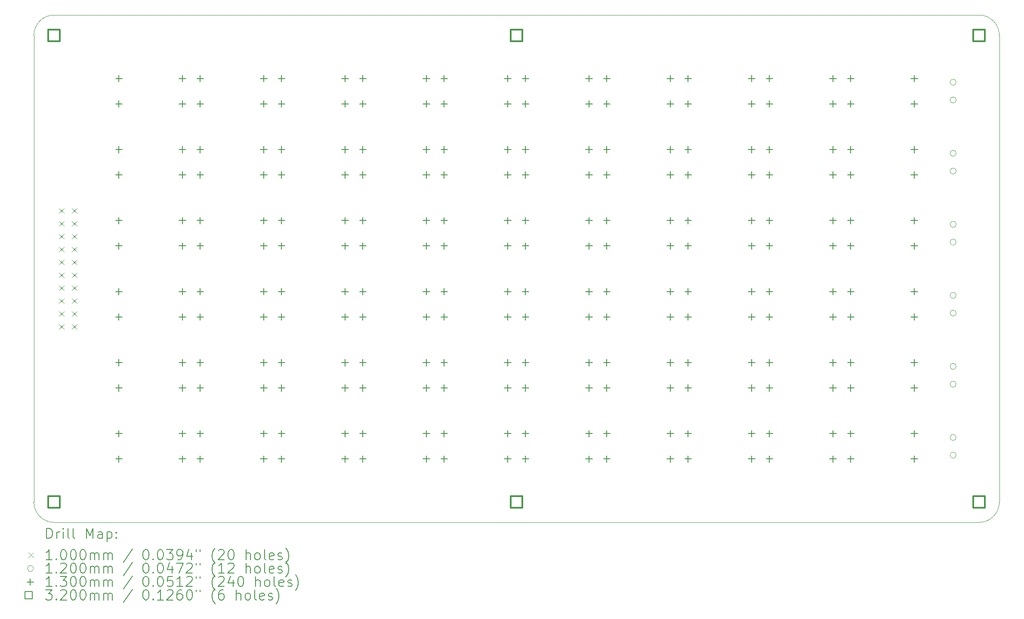
<source format=gbr>
%FSLAX45Y45*%
G04 Gerber Fmt 4.5, Leading zero omitted, Abs format (unit mm)*
G04 Created by KiCad (PCBNEW 6.0.0-rc2-1.20211220git160328a.fc35) date 2022-01-03 09:58:08*
%MOMM*%
%LPD*%
G01*
G04 APERTURE LIST*
%TA.AperFunction,Profile*%
%ADD10C,0.100000*%
%TD*%
%ADD11C,0.200000*%
%ADD12C,0.100000*%
%ADD13C,0.120000*%
%ADD14C,0.130000*%
%ADD15C,0.320040*%
G04 APERTURE END LIST*
D10*
X24900000Y-13000000D02*
X6700000Y-13000000D01*
X24900000Y-13000000D02*
G75*
G03*
X25300000Y-12600000I0J400000D01*
G01*
X25300000Y-3400000D02*
G75*
G03*
X24900000Y-3000000I-400000J0D01*
G01*
X6300000Y-12600000D02*
X6300000Y-3400000D01*
X6700000Y-3000000D02*
G75*
G03*
X6300000Y-3400000I0J-400000D01*
G01*
X25300000Y-3400000D02*
X25300000Y-12600000D01*
X6300000Y-12600000D02*
G75*
G03*
X6700000Y-13000000I400000J0D01*
G01*
X6700000Y-3000000D02*
X24900000Y-3000000D01*
D11*
D12*
X6796000Y-6807000D02*
X6896000Y-6907000D01*
X6896000Y-6807000D02*
X6796000Y-6907000D01*
X6796000Y-7061000D02*
X6896000Y-7161000D01*
X6896000Y-7061000D02*
X6796000Y-7161000D01*
X6796000Y-7315000D02*
X6896000Y-7415000D01*
X6896000Y-7315000D02*
X6796000Y-7415000D01*
X6796000Y-7569000D02*
X6896000Y-7669000D01*
X6896000Y-7569000D02*
X6796000Y-7669000D01*
X6796000Y-7823000D02*
X6896000Y-7923000D01*
X6896000Y-7823000D02*
X6796000Y-7923000D01*
X6796000Y-8077000D02*
X6896000Y-8177000D01*
X6896000Y-8077000D02*
X6796000Y-8177000D01*
X6796000Y-8331000D02*
X6896000Y-8431000D01*
X6896000Y-8331000D02*
X6796000Y-8431000D01*
X6796000Y-8585000D02*
X6896000Y-8685000D01*
X6896000Y-8585000D02*
X6796000Y-8685000D01*
X6796000Y-8839000D02*
X6896000Y-8939000D01*
X6896000Y-8839000D02*
X6796000Y-8939000D01*
X6796000Y-9093000D02*
X6896000Y-9193000D01*
X6896000Y-9093000D02*
X6796000Y-9193000D01*
X7050000Y-6807000D02*
X7150000Y-6907000D01*
X7150000Y-6807000D02*
X7050000Y-6907000D01*
X7050000Y-7061000D02*
X7150000Y-7161000D01*
X7150000Y-7061000D02*
X7050000Y-7161000D01*
X7050000Y-7315000D02*
X7150000Y-7415000D01*
X7150000Y-7315000D02*
X7050000Y-7415000D01*
X7050000Y-7569000D02*
X7150000Y-7669000D01*
X7150000Y-7569000D02*
X7050000Y-7669000D01*
X7050000Y-7823000D02*
X7150000Y-7923000D01*
X7150000Y-7823000D02*
X7050000Y-7923000D01*
X7050000Y-8077000D02*
X7150000Y-8177000D01*
X7150000Y-8077000D02*
X7050000Y-8177000D01*
X7050000Y-8331000D02*
X7150000Y-8431000D01*
X7150000Y-8331000D02*
X7050000Y-8431000D01*
X7050000Y-8585000D02*
X7150000Y-8685000D01*
X7150000Y-8585000D02*
X7050000Y-8685000D01*
X7050000Y-8839000D02*
X7150000Y-8939000D01*
X7150000Y-8839000D02*
X7050000Y-8939000D01*
X7050000Y-9093000D02*
X7150000Y-9193000D01*
X7150000Y-9093000D02*
X7050000Y-9193000D01*
D13*
X24450000Y-4325000D02*
G75*
G03*
X24450000Y-4325000I-60000J0D01*
G01*
X24450000Y-4675000D02*
G75*
G03*
X24450000Y-4675000I-60000J0D01*
G01*
X24450000Y-5725000D02*
G75*
G03*
X24450000Y-5725000I-60000J0D01*
G01*
X24450000Y-6075000D02*
G75*
G03*
X24450000Y-6075000I-60000J0D01*
G01*
X24450000Y-7125000D02*
G75*
G03*
X24450000Y-7125000I-60000J0D01*
G01*
X24450000Y-7475000D02*
G75*
G03*
X24450000Y-7475000I-60000J0D01*
G01*
X24450000Y-8525000D02*
G75*
G03*
X24450000Y-8525000I-60000J0D01*
G01*
X24450000Y-8875000D02*
G75*
G03*
X24450000Y-8875000I-60000J0D01*
G01*
X24450000Y-9925000D02*
G75*
G03*
X24450000Y-9925000I-60000J0D01*
G01*
X24450000Y-10275000D02*
G75*
G03*
X24450000Y-10275000I-60000J0D01*
G01*
X24450000Y-11325000D02*
G75*
G03*
X24450000Y-11325000I-60000J0D01*
G01*
X24450000Y-11675000D02*
G75*
G03*
X24450000Y-11675000I-60000J0D01*
G01*
D14*
X7975000Y-4185000D02*
X7975000Y-4315000D01*
X7910000Y-4250000D02*
X8040000Y-4250000D01*
X7975000Y-4685000D02*
X7975000Y-4815000D01*
X7910000Y-4750000D02*
X8040000Y-4750000D01*
X7975000Y-5585000D02*
X7975000Y-5715000D01*
X7910000Y-5650000D02*
X8040000Y-5650000D01*
X7975000Y-6085000D02*
X7975000Y-6215000D01*
X7910000Y-6150000D02*
X8040000Y-6150000D01*
X7975000Y-6985000D02*
X7975000Y-7115000D01*
X7910000Y-7050000D02*
X8040000Y-7050000D01*
X7975000Y-7485000D02*
X7975000Y-7615000D01*
X7910000Y-7550000D02*
X8040000Y-7550000D01*
X7975000Y-8385000D02*
X7975000Y-8515000D01*
X7910000Y-8450000D02*
X8040000Y-8450000D01*
X7975000Y-8885000D02*
X7975000Y-9015000D01*
X7910000Y-8950000D02*
X8040000Y-8950000D01*
X7975000Y-9785000D02*
X7975000Y-9915000D01*
X7910000Y-9850000D02*
X8040000Y-9850000D01*
X7975000Y-10285000D02*
X7975000Y-10415000D01*
X7910000Y-10350000D02*
X8040000Y-10350000D01*
X7975000Y-11185000D02*
X7975000Y-11315000D01*
X7910000Y-11250000D02*
X8040000Y-11250000D01*
X7975000Y-11685000D02*
X7975000Y-11815000D01*
X7910000Y-11750000D02*
X8040000Y-11750000D01*
X9225000Y-4185000D02*
X9225000Y-4315000D01*
X9160000Y-4250000D02*
X9290000Y-4250000D01*
X9225000Y-4685000D02*
X9225000Y-4815000D01*
X9160000Y-4750000D02*
X9290000Y-4750000D01*
X9225000Y-5585000D02*
X9225000Y-5715000D01*
X9160000Y-5650000D02*
X9290000Y-5650000D01*
X9225000Y-6085000D02*
X9225000Y-6215000D01*
X9160000Y-6150000D02*
X9290000Y-6150000D01*
X9225000Y-6985000D02*
X9225000Y-7115000D01*
X9160000Y-7050000D02*
X9290000Y-7050000D01*
X9225000Y-7485000D02*
X9225000Y-7615000D01*
X9160000Y-7550000D02*
X9290000Y-7550000D01*
X9225000Y-8385000D02*
X9225000Y-8515000D01*
X9160000Y-8450000D02*
X9290000Y-8450000D01*
X9225000Y-8885000D02*
X9225000Y-9015000D01*
X9160000Y-8950000D02*
X9290000Y-8950000D01*
X9225000Y-9785000D02*
X9225000Y-9915000D01*
X9160000Y-9850000D02*
X9290000Y-9850000D01*
X9225000Y-10285000D02*
X9225000Y-10415000D01*
X9160000Y-10350000D02*
X9290000Y-10350000D01*
X9225000Y-11185000D02*
X9225000Y-11315000D01*
X9160000Y-11250000D02*
X9290000Y-11250000D01*
X9225000Y-11685000D02*
X9225000Y-11815000D01*
X9160000Y-11750000D02*
X9290000Y-11750000D01*
X9575000Y-4185000D02*
X9575000Y-4315000D01*
X9510000Y-4250000D02*
X9640000Y-4250000D01*
X9575000Y-4685000D02*
X9575000Y-4815000D01*
X9510000Y-4750000D02*
X9640000Y-4750000D01*
X9575000Y-5585000D02*
X9575000Y-5715000D01*
X9510000Y-5650000D02*
X9640000Y-5650000D01*
X9575000Y-6085000D02*
X9575000Y-6215000D01*
X9510000Y-6150000D02*
X9640000Y-6150000D01*
X9575000Y-6985000D02*
X9575000Y-7115000D01*
X9510000Y-7050000D02*
X9640000Y-7050000D01*
X9575000Y-7485000D02*
X9575000Y-7615000D01*
X9510000Y-7550000D02*
X9640000Y-7550000D01*
X9575000Y-8385000D02*
X9575000Y-8515000D01*
X9510000Y-8450000D02*
X9640000Y-8450000D01*
X9575000Y-8885000D02*
X9575000Y-9015000D01*
X9510000Y-8950000D02*
X9640000Y-8950000D01*
X9575000Y-9785000D02*
X9575000Y-9915000D01*
X9510000Y-9850000D02*
X9640000Y-9850000D01*
X9575000Y-10285000D02*
X9575000Y-10415000D01*
X9510000Y-10350000D02*
X9640000Y-10350000D01*
X9575000Y-11185000D02*
X9575000Y-11315000D01*
X9510000Y-11250000D02*
X9640000Y-11250000D01*
X9575000Y-11685000D02*
X9575000Y-11815000D01*
X9510000Y-11750000D02*
X9640000Y-11750000D01*
X10825000Y-4185000D02*
X10825000Y-4315000D01*
X10760000Y-4250000D02*
X10890000Y-4250000D01*
X10825000Y-4685000D02*
X10825000Y-4815000D01*
X10760000Y-4750000D02*
X10890000Y-4750000D01*
X10825000Y-5585000D02*
X10825000Y-5715000D01*
X10760000Y-5650000D02*
X10890000Y-5650000D01*
X10825000Y-6085000D02*
X10825000Y-6215000D01*
X10760000Y-6150000D02*
X10890000Y-6150000D01*
X10825000Y-6985000D02*
X10825000Y-7115000D01*
X10760000Y-7050000D02*
X10890000Y-7050000D01*
X10825000Y-7485000D02*
X10825000Y-7615000D01*
X10760000Y-7550000D02*
X10890000Y-7550000D01*
X10825000Y-8385000D02*
X10825000Y-8515000D01*
X10760000Y-8450000D02*
X10890000Y-8450000D01*
X10825000Y-8885000D02*
X10825000Y-9015000D01*
X10760000Y-8950000D02*
X10890000Y-8950000D01*
X10825000Y-9785000D02*
X10825000Y-9915000D01*
X10760000Y-9850000D02*
X10890000Y-9850000D01*
X10825000Y-10285000D02*
X10825000Y-10415000D01*
X10760000Y-10350000D02*
X10890000Y-10350000D01*
X10825000Y-11185000D02*
X10825000Y-11315000D01*
X10760000Y-11250000D02*
X10890000Y-11250000D01*
X10825000Y-11685000D02*
X10825000Y-11815000D01*
X10760000Y-11750000D02*
X10890000Y-11750000D01*
X11175000Y-4185000D02*
X11175000Y-4315000D01*
X11110000Y-4250000D02*
X11240000Y-4250000D01*
X11175000Y-4685000D02*
X11175000Y-4815000D01*
X11110000Y-4750000D02*
X11240000Y-4750000D01*
X11175000Y-5585000D02*
X11175000Y-5715000D01*
X11110000Y-5650000D02*
X11240000Y-5650000D01*
X11175000Y-6085000D02*
X11175000Y-6215000D01*
X11110000Y-6150000D02*
X11240000Y-6150000D01*
X11175000Y-6985000D02*
X11175000Y-7115000D01*
X11110000Y-7050000D02*
X11240000Y-7050000D01*
X11175000Y-7485000D02*
X11175000Y-7615000D01*
X11110000Y-7550000D02*
X11240000Y-7550000D01*
X11175000Y-8385000D02*
X11175000Y-8515000D01*
X11110000Y-8450000D02*
X11240000Y-8450000D01*
X11175000Y-8885000D02*
X11175000Y-9015000D01*
X11110000Y-8950000D02*
X11240000Y-8950000D01*
X11175000Y-9785000D02*
X11175000Y-9915000D01*
X11110000Y-9850000D02*
X11240000Y-9850000D01*
X11175000Y-10285000D02*
X11175000Y-10415000D01*
X11110000Y-10350000D02*
X11240000Y-10350000D01*
X11175000Y-11185000D02*
X11175000Y-11315000D01*
X11110000Y-11250000D02*
X11240000Y-11250000D01*
X11175000Y-11685000D02*
X11175000Y-11815000D01*
X11110000Y-11750000D02*
X11240000Y-11750000D01*
X12425000Y-4185000D02*
X12425000Y-4315000D01*
X12360000Y-4250000D02*
X12490000Y-4250000D01*
X12425000Y-4685000D02*
X12425000Y-4815000D01*
X12360000Y-4750000D02*
X12490000Y-4750000D01*
X12425000Y-5585000D02*
X12425000Y-5715000D01*
X12360000Y-5650000D02*
X12490000Y-5650000D01*
X12425000Y-6085000D02*
X12425000Y-6215000D01*
X12360000Y-6150000D02*
X12490000Y-6150000D01*
X12425000Y-6985000D02*
X12425000Y-7115000D01*
X12360000Y-7050000D02*
X12490000Y-7050000D01*
X12425000Y-7485000D02*
X12425000Y-7615000D01*
X12360000Y-7550000D02*
X12490000Y-7550000D01*
X12425000Y-8385000D02*
X12425000Y-8515000D01*
X12360000Y-8450000D02*
X12490000Y-8450000D01*
X12425000Y-8885000D02*
X12425000Y-9015000D01*
X12360000Y-8950000D02*
X12490000Y-8950000D01*
X12425000Y-9785000D02*
X12425000Y-9915000D01*
X12360000Y-9850000D02*
X12490000Y-9850000D01*
X12425000Y-10285000D02*
X12425000Y-10415000D01*
X12360000Y-10350000D02*
X12490000Y-10350000D01*
X12425000Y-11185000D02*
X12425000Y-11315000D01*
X12360000Y-11250000D02*
X12490000Y-11250000D01*
X12425000Y-11685000D02*
X12425000Y-11815000D01*
X12360000Y-11750000D02*
X12490000Y-11750000D01*
X12775000Y-4185000D02*
X12775000Y-4315000D01*
X12710000Y-4250000D02*
X12840000Y-4250000D01*
X12775000Y-4685000D02*
X12775000Y-4815000D01*
X12710000Y-4750000D02*
X12840000Y-4750000D01*
X12775000Y-5585000D02*
X12775000Y-5715000D01*
X12710000Y-5650000D02*
X12840000Y-5650000D01*
X12775000Y-6085000D02*
X12775000Y-6215000D01*
X12710000Y-6150000D02*
X12840000Y-6150000D01*
X12775000Y-6985000D02*
X12775000Y-7115000D01*
X12710000Y-7050000D02*
X12840000Y-7050000D01*
X12775000Y-7485000D02*
X12775000Y-7615000D01*
X12710000Y-7550000D02*
X12840000Y-7550000D01*
X12775000Y-8385000D02*
X12775000Y-8515000D01*
X12710000Y-8450000D02*
X12840000Y-8450000D01*
X12775000Y-8885000D02*
X12775000Y-9015000D01*
X12710000Y-8950000D02*
X12840000Y-8950000D01*
X12775000Y-9785000D02*
X12775000Y-9915000D01*
X12710000Y-9850000D02*
X12840000Y-9850000D01*
X12775000Y-10285000D02*
X12775000Y-10415000D01*
X12710000Y-10350000D02*
X12840000Y-10350000D01*
X12775000Y-11185000D02*
X12775000Y-11315000D01*
X12710000Y-11250000D02*
X12840000Y-11250000D01*
X12775000Y-11685000D02*
X12775000Y-11815000D01*
X12710000Y-11750000D02*
X12840000Y-11750000D01*
X14025000Y-4185000D02*
X14025000Y-4315000D01*
X13960000Y-4250000D02*
X14090000Y-4250000D01*
X14025000Y-4685000D02*
X14025000Y-4815000D01*
X13960000Y-4750000D02*
X14090000Y-4750000D01*
X14025000Y-5585000D02*
X14025000Y-5715000D01*
X13960000Y-5650000D02*
X14090000Y-5650000D01*
X14025000Y-6085000D02*
X14025000Y-6215000D01*
X13960000Y-6150000D02*
X14090000Y-6150000D01*
X14025000Y-6985000D02*
X14025000Y-7115000D01*
X13960000Y-7050000D02*
X14090000Y-7050000D01*
X14025000Y-7485000D02*
X14025000Y-7615000D01*
X13960000Y-7550000D02*
X14090000Y-7550000D01*
X14025000Y-8385000D02*
X14025000Y-8515000D01*
X13960000Y-8450000D02*
X14090000Y-8450000D01*
X14025000Y-8885000D02*
X14025000Y-9015000D01*
X13960000Y-8950000D02*
X14090000Y-8950000D01*
X14025000Y-9785000D02*
X14025000Y-9915000D01*
X13960000Y-9850000D02*
X14090000Y-9850000D01*
X14025000Y-10285000D02*
X14025000Y-10415000D01*
X13960000Y-10350000D02*
X14090000Y-10350000D01*
X14025000Y-11185000D02*
X14025000Y-11315000D01*
X13960000Y-11250000D02*
X14090000Y-11250000D01*
X14025000Y-11685000D02*
X14025000Y-11815000D01*
X13960000Y-11750000D02*
X14090000Y-11750000D01*
X14375000Y-4185000D02*
X14375000Y-4315000D01*
X14310000Y-4250000D02*
X14440000Y-4250000D01*
X14375000Y-4685000D02*
X14375000Y-4815000D01*
X14310000Y-4750000D02*
X14440000Y-4750000D01*
X14375000Y-5585000D02*
X14375000Y-5715000D01*
X14310000Y-5650000D02*
X14440000Y-5650000D01*
X14375000Y-6085000D02*
X14375000Y-6215000D01*
X14310000Y-6150000D02*
X14440000Y-6150000D01*
X14375000Y-6985000D02*
X14375000Y-7115000D01*
X14310000Y-7050000D02*
X14440000Y-7050000D01*
X14375000Y-7485000D02*
X14375000Y-7615000D01*
X14310000Y-7550000D02*
X14440000Y-7550000D01*
X14375000Y-8385000D02*
X14375000Y-8515000D01*
X14310000Y-8450000D02*
X14440000Y-8450000D01*
X14375000Y-8885000D02*
X14375000Y-9015000D01*
X14310000Y-8950000D02*
X14440000Y-8950000D01*
X14375000Y-9785000D02*
X14375000Y-9915000D01*
X14310000Y-9850000D02*
X14440000Y-9850000D01*
X14375000Y-10285000D02*
X14375000Y-10415000D01*
X14310000Y-10350000D02*
X14440000Y-10350000D01*
X14375000Y-11185000D02*
X14375000Y-11315000D01*
X14310000Y-11250000D02*
X14440000Y-11250000D01*
X14375000Y-11685000D02*
X14375000Y-11815000D01*
X14310000Y-11750000D02*
X14440000Y-11750000D01*
X15625000Y-4185000D02*
X15625000Y-4315000D01*
X15560000Y-4250000D02*
X15690000Y-4250000D01*
X15625000Y-4685000D02*
X15625000Y-4815000D01*
X15560000Y-4750000D02*
X15690000Y-4750000D01*
X15625000Y-5585000D02*
X15625000Y-5715000D01*
X15560000Y-5650000D02*
X15690000Y-5650000D01*
X15625000Y-6085000D02*
X15625000Y-6215000D01*
X15560000Y-6150000D02*
X15690000Y-6150000D01*
X15625000Y-6985000D02*
X15625000Y-7115000D01*
X15560000Y-7050000D02*
X15690000Y-7050000D01*
X15625000Y-7485000D02*
X15625000Y-7615000D01*
X15560000Y-7550000D02*
X15690000Y-7550000D01*
X15625000Y-8385000D02*
X15625000Y-8515000D01*
X15560000Y-8450000D02*
X15690000Y-8450000D01*
X15625000Y-8885000D02*
X15625000Y-9015000D01*
X15560000Y-8950000D02*
X15690000Y-8950000D01*
X15625000Y-9785000D02*
X15625000Y-9915000D01*
X15560000Y-9850000D02*
X15690000Y-9850000D01*
X15625000Y-10285000D02*
X15625000Y-10415000D01*
X15560000Y-10350000D02*
X15690000Y-10350000D01*
X15625000Y-11185000D02*
X15625000Y-11315000D01*
X15560000Y-11250000D02*
X15690000Y-11250000D01*
X15625000Y-11685000D02*
X15625000Y-11815000D01*
X15560000Y-11750000D02*
X15690000Y-11750000D01*
X15975000Y-4185000D02*
X15975000Y-4315000D01*
X15910000Y-4250000D02*
X16040000Y-4250000D01*
X15975000Y-4685000D02*
X15975000Y-4815000D01*
X15910000Y-4750000D02*
X16040000Y-4750000D01*
X15975000Y-5585000D02*
X15975000Y-5715000D01*
X15910000Y-5650000D02*
X16040000Y-5650000D01*
X15975000Y-6085000D02*
X15975000Y-6215000D01*
X15910000Y-6150000D02*
X16040000Y-6150000D01*
X15975000Y-6985000D02*
X15975000Y-7115000D01*
X15910000Y-7050000D02*
X16040000Y-7050000D01*
X15975000Y-7485000D02*
X15975000Y-7615000D01*
X15910000Y-7550000D02*
X16040000Y-7550000D01*
X15975000Y-8385000D02*
X15975000Y-8515000D01*
X15910000Y-8450000D02*
X16040000Y-8450000D01*
X15975000Y-8885000D02*
X15975000Y-9015000D01*
X15910000Y-8950000D02*
X16040000Y-8950000D01*
X15975000Y-9785000D02*
X15975000Y-9915000D01*
X15910000Y-9850000D02*
X16040000Y-9850000D01*
X15975000Y-10285000D02*
X15975000Y-10415000D01*
X15910000Y-10350000D02*
X16040000Y-10350000D01*
X15975000Y-11185000D02*
X15975000Y-11315000D01*
X15910000Y-11250000D02*
X16040000Y-11250000D01*
X15975000Y-11685000D02*
X15975000Y-11815000D01*
X15910000Y-11750000D02*
X16040000Y-11750000D01*
X17225000Y-4185000D02*
X17225000Y-4315000D01*
X17160000Y-4250000D02*
X17290000Y-4250000D01*
X17225000Y-4685000D02*
X17225000Y-4815000D01*
X17160000Y-4750000D02*
X17290000Y-4750000D01*
X17225000Y-5585000D02*
X17225000Y-5715000D01*
X17160000Y-5650000D02*
X17290000Y-5650000D01*
X17225000Y-6085000D02*
X17225000Y-6215000D01*
X17160000Y-6150000D02*
X17290000Y-6150000D01*
X17225000Y-6985000D02*
X17225000Y-7115000D01*
X17160000Y-7050000D02*
X17290000Y-7050000D01*
X17225000Y-7485000D02*
X17225000Y-7615000D01*
X17160000Y-7550000D02*
X17290000Y-7550000D01*
X17225000Y-8385000D02*
X17225000Y-8515000D01*
X17160000Y-8450000D02*
X17290000Y-8450000D01*
X17225000Y-8885000D02*
X17225000Y-9015000D01*
X17160000Y-8950000D02*
X17290000Y-8950000D01*
X17225000Y-9785000D02*
X17225000Y-9915000D01*
X17160000Y-9850000D02*
X17290000Y-9850000D01*
X17225000Y-10285000D02*
X17225000Y-10415000D01*
X17160000Y-10350000D02*
X17290000Y-10350000D01*
X17225000Y-11185000D02*
X17225000Y-11315000D01*
X17160000Y-11250000D02*
X17290000Y-11250000D01*
X17225000Y-11685000D02*
X17225000Y-11815000D01*
X17160000Y-11750000D02*
X17290000Y-11750000D01*
X17575000Y-4185000D02*
X17575000Y-4315000D01*
X17510000Y-4250000D02*
X17640000Y-4250000D01*
X17575000Y-4685000D02*
X17575000Y-4815000D01*
X17510000Y-4750000D02*
X17640000Y-4750000D01*
X17575000Y-5585000D02*
X17575000Y-5715000D01*
X17510000Y-5650000D02*
X17640000Y-5650000D01*
X17575000Y-6085000D02*
X17575000Y-6215000D01*
X17510000Y-6150000D02*
X17640000Y-6150000D01*
X17575000Y-6985000D02*
X17575000Y-7115000D01*
X17510000Y-7050000D02*
X17640000Y-7050000D01*
X17575000Y-7485000D02*
X17575000Y-7615000D01*
X17510000Y-7550000D02*
X17640000Y-7550000D01*
X17575000Y-8385000D02*
X17575000Y-8515000D01*
X17510000Y-8450000D02*
X17640000Y-8450000D01*
X17575000Y-8885000D02*
X17575000Y-9015000D01*
X17510000Y-8950000D02*
X17640000Y-8950000D01*
X17575000Y-9785000D02*
X17575000Y-9915000D01*
X17510000Y-9850000D02*
X17640000Y-9850000D01*
X17575000Y-10285000D02*
X17575000Y-10415000D01*
X17510000Y-10350000D02*
X17640000Y-10350000D01*
X17575000Y-11185000D02*
X17575000Y-11315000D01*
X17510000Y-11250000D02*
X17640000Y-11250000D01*
X17575000Y-11685000D02*
X17575000Y-11815000D01*
X17510000Y-11750000D02*
X17640000Y-11750000D01*
X18825000Y-4185000D02*
X18825000Y-4315000D01*
X18760000Y-4250000D02*
X18890000Y-4250000D01*
X18825000Y-4685000D02*
X18825000Y-4815000D01*
X18760000Y-4750000D02*
X18890000Y-4750000D01*
X18825000Y-5585000D02*
X18825000Y-5715000D01*
X18760000Y-5650000D02*
X18890000Y-5650000D01*
X18825000Y-6085000D02*
X18825000Y-6215000D01*
X18760000Y-6150000D02*
X18890000Y-6150000D01*
X18825000Y-6985000D02*
X18825000Y-7115000D01*
X18760000Y-7050000D02*
X18890000Y-7050000D01*
X18825000Y-7485000D02*
X18825000Y-7615000D01*
X18760000Y-7550000D02*
X18890000Y-7550000D01*
X18825000Y-8385000D02*
X18825000Y-8515000D01*
X18760000Y-8450000D02*
X18890000Y-8450000D01*
X18825000Y-8885000D02*
X18825000Y-9015000D01*
X18760000Y-8950000D02*
X18890000Y-8950000D01*
X18825000Y-9785000D02*
X18825000Y-9915000D01*
X18760000Y-9850000D02*
X18890000Y-9850000D01*
X18825000Y-10285000D02*
X18825000Y-10415000D01*
X18760000Y-10350000D02*
X18890000Y-10350000D01*
X18825000Y-11185000D02*
X18825000Y-11315000D01*
X18760000Y-11250000D02*
X18890000Y-11250000D01*
X18825000Y-11685000D02*
X18825000Y-11815000D01*
X18760000Y-11750000D02*
X18890000Y-11750000D01*
X19175000Y-4185000D02*
X19175000Y-4315000D01*
X19110000Y-4250000D02*
X19240000Y-4250000D01*
X19175000Y-4685000D02*
X19175000Y-4815000D01*
X19110000Y-4750000D02*
X19240000Y-4750000D01*
X19175000Y-5585000D02*
X19175000Y-5715000D01*
X19110000Y-5650000D02*
X19240000Y-5650000D01*
X19175000Y-6085000D02*
X19175000Y-6215000D01*
X19110000Y-6150000D02*
X19240000Y-6150000D01*
X19175000Y-6985000D02*
X19175000Y-7115000D01*
X19110000Y-7050000D02*
X19240000Y-7050000D01*
X19175000Y-7485000D02*
X19175000Y-7615000D01*
X19110000Y-7550000D02*
X19240000Y-7550000D01*
X19175000Y-8385000D02*
X19175000Y-8515000D01*
X19110000Y-8450000D02*
X19240000Y-8450000D01*
X19175000Y-8885000D02*
X19175000Y-9015000D01*
X19110000Y-8950000D02*
X19240000Y-8950000D01*
X19175000Y-9785000D02*
X19175000Y-9915000D01*
X19110000Y-9850000D02*
X19240000Y-9850000D01*
X19175000Y-10285000D02*
X19175000Y-10415000D01*
X19110000Y-10350000D02*
X19240000Y-10350000D01*
X19175000Y-11185000D02*
X19175000Y-11315000D01*
X19110000Y-11250000D02*
X19240000Y-11250000D01*
X19175000Y-11685000D02*
X19175000Y-11815000D01*
X19110000Y-11750000D02*
X19240000Y-11750000D01*
X20425000Y-4185000D02*
X20425000Y-4315000D01*
X20360000Y-4250000D02*
X20490000Y-4250000D01*
X20425000Y-4685000D02*
X20425000Y-4815000D01*
X20360000Y-4750000D02*
X20490000Y-4750000D01*
X20425000Y-5585000D02*
X20425000Y-5715000D01*
X20360000Y-5650000D02*
X20490000Y-5650000D01*
X20425000Y-6085000D02*
X20425000Y-6215000D01*
X20360000Y-6150000D02*
X20490000Y-6150000D01*
X20425000Y-6985000D02*
X20425000Y-7115000D01*
X20360000Y-7050000D02*
X20490000Y-7050000D01*
X20425000Y-7485000D02*
X20425000Y-7615000D01*
X20360000Y-7550000D02*
X20490000Y-7550000D01*
X20425000Y-8385000D02*
X20425000Y-8515000D01*
X20360000Y-8450000D02*
X20490000Y-8450000D01*
X20425000Y-8885000D02*
X20425000Y-9015000D01*
X20360000Y-8950000D02*
X20490000Y-8950000D01*
X20425000Y-9785000D02*
X20425000Y-9915000D01*
X20360000Y-9850000D02*
X20490000Y-9850000D01*
X20425000Y-10285000D02*
X20425000Y-10415000D01*
X20360000Y-10350000D02*
X20490000Y-10350000D01*
X20425000Y-11185000D02*
X20425000Y-11315000D01*
X20360000Y-11250000D02*
X20490000Y-11250000D01*
X20425000Y-11685000D02*
X20425000Y-11815000D01*
X20360000Y-11750000D02*
X20490000Y-11750000D01*
X20775000Y-4185000D02*
X20775000Y-4315000D01*
X20710000Y-4250000D02*
X20840000Y-4250000D01*
X20775000Y-4685000D02*
X20775000Y-4815000D01*
X20710000Y-4750000D02*
X20840000Y-4750000D01*
X20775000Y-5585000D02*
X20775000Y-5715000D01*
X20710000Y-5650000D02*
X20840000Y-5650000D01*
X20775000Y-6085000D02*
X20775000Y-6215000D01*
X20710000Y-6150000D02*
X20840000Y-6150000D01*
X20775000Y-6985000D02*
X20775000Y-7115000D01*
X20710000Y-7050000D02*
X20840000Y-7050000D01*
X20775000Y-7485000D02*
X20775000Y-7615000D01*
X20710000Y-7550000D02*
X20840000Y-7550000D01*
X20775000Y-8385000D02*
X20775000Y-8515000D01*
X20710000Y-8450000D02*
X20840000Y-8450000D01*
X20775000Y-8885000D02*
X20775000Y-9015000D01*
X20710000Y-8950000D02*
X20840000Y-8950000D01*
X20775000Y-9785000D02*
X20775000Y-9915000D01*
X20710000Y-9850000D02*
X20840000Y-9850000D01*
X20775000Y-10285000D02*
X20775000Y-10415000D01*
X20710000Y-10350000D02*
X20840000Y-10350000D01*
X20775000Y-11185000D02*
X20775000Y-11315000D01*
X20710000Y-11250000D02*
X20840000Y-11250000D01*
X20775000Y-11685000D02*
X20775000Y-11815000D01*
X20710000Y-11750000D02*
X20840000Y-11750000D01*
X22025000Y-4185000D02*
X22025000Y-4315000D01*
X21960000Y-4250000D02*
X22090000Y-4250000D01*
X22025000Y-4685000D02*
X22025000Y-4815000D01*
X21960000Y-4750000D02*
X22090000Y-4750000D01*
X22025000Y-5585000D02*
X22025000Y-5715000D01*
X21960000Y-5650000D02*
X22090000Y-5650000D01*
X22025000Y-6085000D02*
X22025000Y-6215000D01*
X21960000Y-6150000D02*
X22090000Y-6150000D01*
X22025000Y-6985000D02*
X22025000Y-7115000D01*
X21960000Y-7050000D02*
X22090000Y-7050000D01*
X22025000Y-7485000D02*
X22025000Y-7615000D01*
X21960000Y-7550000D02*
X22090000Y-7550000D01*
X22025000Y-8385000D02*
X22025000Y-8515000D01*
X21960000Y-8450000D02*
X22090000Y-8450000D01*
X22025000Y-8885000D02*
X22025000Y-9015000D01*
X21960000Y-8950000D02*
X22090000Y-8950000D01*
X22025000Y-9785000D02*
X22025000Y-9915000D01*
X21960000Y-9850000D02*
X22090000Y-9850000D01*
X22025000Y-10285000D02*
X22025000Y-10415000D01*
X21960000Y-10350000D02*
X22090000Y-10350000D01*
X22025000Y-11185000D02*
X22025000Y-11315000D01*
X21960000Y-11250000D02*
X22090000Y-11250000D01*
X22025000Y-11685000D02*
X22025000Y-11815000D01*
X21960000Y-11750000D02*
X22090000Y-11750000D01*
X22375000Y-4185000D02*
X22375000Y-4315000D01*
X22310000Y-4250000D02*
X22440000Y-4250000D01*
X22375000Y-4685000D02*
X22375000Y-4815000D01*
X22310000Y-4750000D02*
X22440000Y-4750000D01*
X22375000Y-5585000D02*
X22375000Y-5715000D01*
X22310000Y-5650000D02*
X22440000Y-5650000D01*
X22375000Y-6085000D02*
X22375000Y-6215000D01*
X22310000Y-6150000D02*
X22440000Y-6150000D01*
X22375000Y-6985000D02*
X22375000Y-7115000D01*
X22310000Y-7050000D02*
X22440000Y-7050000D01*
X22375000Y-7485000D02*
X22375000Y-7615000D01*
X22310000Y-7550000D02*
X22440000Y-7550000D01*
X22375000Y-8385000D02*
X22375000Y-8515000D01*
X22310000Y-8450000D02*
X22440000Y-8450000D01*
X22375000Y-8885000D02*
X22375000Y-9015000D01*
X22310000Y-8950000D02*
X22440000Y-8950000D01*
X22375000Y-9785000D02*
X22375000Y-9915000D01*
X22310000Y-9850000D02*
X22440000Y-9850000D01*
X22375000Y-10285000D02*
X22375000Y-10415000D01*
X22310000Y-10350000D02*
X22440000Y-10350000D01*
X22375000Y-11185000D02*
X22375000Y-11315000D01*
X22310000Y-11250000D02*
X22440000Y-11250000D01*
X22375000Y-11685000D02*
X22375000Y-11815000D01*
X22310000Y-11750000D02*
X22440000Y-11750000D01*
X23625000Y-4185000D02*
X23625000Y-4315000D01*
X23560000Y-4250000D02*
X23690000Y-4250000D01*
X23625000Y-4685000D02*
X23625000Y-4815000D01*
X23560000Y-4750000D02*
X23690000Y-4750000D01*
X23625000Y-5585000D02*
X23625000Y-5715000D01*
X23560000Y-5650000D02*
X23690000Y-5650000D01*
X23625000Y-6085000D02*
X23625000Y-6215000D01*
X23560000Y-6150000D02*
X23690000Y-6150000D01*
X23625000Y-6985000D02*
X23625000Y-7115000D01*
X23560000Y-7050000D02*
X23690000Y-7050000D01*
X23625000Y-7485000D02*
X23625000Y-7615000D01*
X23560000Y-7550000D02*
X23690000Y-7550000D01*
X23625000Y-8385000D02*
X23625000Y-8515000D01*
X23560000Y-8450000D02*
X23690000Y-8450000D01*
X23625000Y-8885000D02*
X23625000Y-9015000D01*
X23560000Y-8950000D02*
X23690000Y-8950000D01*
X23625000Y-9785000D02*
X23625000Y-9915000D01*
X23560000Y-9850000D02*
X23690000Y-9850000D01*
X23625000Y-10285000D02*
X23625000Y-10415000D01*
X23560000Y-10350000D02*
X23690000Y-10350000D01*
X23625000Y-11185000D02*
X23625000Y-11315000D01*
X23560000Y-11250000D02*
X23690000Y-11250000D01*
X23625000Y-11685000D02*
X23625000Y-11815000D01*
X23560000Y-11750000D02*
X23690000Y-11750000D01*
D15*
X6813152Y-3513152D02*
X6813152Y-3286848D01*
X6586848Y-3286848D01*
X6586848Y-3513152D01*
X6813152Y-3513152D01*
X6813152Y-12713152D02*
X6813152Y-12486848D01*
X6586848Y-12486848D01*
X6586848Y-12713152D01*
X6813152Y-12713152D01*
X15913152Y-3513152D02*
X15913152Y-3286848D01*
X15686848Y-3286848D01*
X15686848Y-3513152D01*
X15913152Y-3513152D01*
X15913152Y-12713152D02*
X15913152Y-12486848D01*
X15686848Y-12486848D01*
X15686848Y-12713152D01*
X15913152Y-12713152D01*
X25013152Y-3513152D02*
X25013152Y-3286848D01*
X24786848Y-3286848D01*
X24786848Y-3513152D01*
X25013152Y-3513152D01*
X25013152Y-12713152D02*
X25013152Y-12486848D01*
X24786848Y-12486848D01*
X24786848Y-12713152D01*
X25013152Y-12713152D01*
D11*
X6552619Y-13315476D02*
X6552619Y-13115476D01*
X6600238Y-13115476D01*
X6628809Y-13125000D01*
X6647857Y-13144048D01*
X6657381Y-13163095D01*
X6666905Y-13201190D01*
X6666905Y-13229762D01*
X6657381Y-13267857D01*
X6647857Y-13286905D01*
X6628809Y-13305952D01*
X6600238Y-13315476D01*
X6552619Y-13315476D01*
X6752619Y-13315476D02*
X6752619Y-13182143D01*
X6752619Y-13220238D02*
X6762143Y-13201190D01*
X6771667Y-13191667D01*
X6790714Y-13182143D01*
X6809762Y-13182143D01*
X6876428Y-13315476D02*
X6876428Y-13182143D01*
X6876428Y-13115476D02*
X6866905Y-13125000D01*
X6876428Y-13134524D01*
X6885952Y-13125000D01*
X6876428Y-13115476D01*
X6876428Y-13134524D01*
X7000238Y-13315476D02*
X6981190Y-13305952D01*
X6971667Y-13286905D01*
X6971667Y-13115476D01*
X7105000Y-13315476D02*
X7085952Y-13305952D01*
X7076428Y-13286905D01*
X7076428Y-13115476D01*
X7333571Y-13315476D02*
X7333571Y-13115476D01*
X7400238Y-13258333D01*
X7466905Y-13115476D01*
X7466905Y-13315476D01*
X7647857Y-13315476D02*
X7647857Y-13210714D01*
X7638333Y-13191667D01*
X7619286Y-13182143D01*
X7581190Y-13182143D01*
X7562143Y-13191667D01*
X7647857Y-13305952D02*
X7628809Y-13315476D01*
X7581190Y-13315476D01*
X7562143Y-13305952D01*
X7552619Y-13286905D01*
X7552619Y-13267857D01*
X7562143Y-13248809D01*
X7581190Y-13239286D01*
X7628809Y-13239286D01*
X7647857Y-13229762D01*
X7743095Y-13182143D02*
X7743095Y-13382143D01*
X7743095Y-13191667D02*
X7762143Y-13182143D01*
X7800238Y-13182143D01*
X7819286Y-13191667D01*
X7828809Y-13201190D01*
X7838333Y-13220238D01*
X7838333Y-13277381D01*
X7828809Y-13296428D01*
X7819286Y-13305952D01*
X7800238Y-13315476D01*
X7762143Y-13315476D01*
X7743095Y-13305952D01*
X7924048Y-13296428D02*
X7933571Y-13305952D01*
X7924048Y-13315476D01*
X7914524Y-13305952D01*
X7924048Y-13296428D01*
X7924048Y-13315476D01*
X7924048Y-13191667D02*
X7933571Y-13201190D01*
X7924048Y-13210714D01*
X7914524Y-13201190D01*
X7924048Y-13191667D01*
X7924048Y-13210714D01*
D12*
X6195000Y-13595000D02*
X6295000Y-13695000D01*
X6295000Y-13595000D02*
X6195000Y-13695000D01*
D11*
X6657381Y-13735476D02*
X6543095Y-13735476D01*
X6600238Y-13735476D02*
X6600238Y-13535476D01*
X6581190Y-13564048D01*
X6562143Y-13583095D01*
X6543095Y-13592619D01*
X6743095Y-13716428D02*
X6752619Y-13725952D01*
X6743095Y-13735476D01*
X6733571Y-13725952D01*
X6743095Y-13716428D01*
X6743095Y-13735476D01*
X6876428Y-13535476D02*
X6895476Y-13535476D01*
X6914524Y-13545000D01*
X6924048Y-13554524D01*
X6933571Y-13573571D01*
X6943095Y-13611667D01*
X6943095Y-13659286D01*
X6933571Y-13697381D01*
X6924048Y-13716428D01*
X6914524Y-13725952D01*
X6895476Y-13735476D01*
X6876428Y-13735476D01*
X6857381Y-13725952D01*
X6847857Y-13716428D01*
X6838333Y-13697381D01*
X6828809Y-13659286D01*
X6828809Y-13611667D01*
X6838333Y-13573571D01*
X6847857Y-13554524D01*
X6857381Y-13545000D01*
X6876428Y-13535476D01*
X7066905Y-13535476D02*
X7085952Y-13535476D01*
X7105000Y-13545000D01*
X7114524Y-13554524D01*
X7124048Y-13573571D01*
X7133571Y-13611667D01*
X7133571Y-13659286D01*
X7124048Y-13697381D01*
X7114524Y-13716428D01*
X7105000Y-13725952D01*
X7085952Y-13735476D01*
X7066905Y-13735476D01*
X7047857Y-13725952D01*
X7038333Y-13716428D01*
X7028809Y-13697381D01*
X7019286Y-13659286D01*
X7019286Y-13611667D01*
X7028809Y-13573571D01*
X7038333Y-13554524D01*
X7047857Y-13545000D01*
X7066905Y-13535476D01*
X7257381Y-13535476D02*
X7276428Y-13535476D01*
X7295476Y-13545000D01*
X7305000Y-13554524D01*
X7314524Y-13573571D01*
X7324048Y-13611667D01*
X7324048Y-13659286D01*
X7314524Y-13697381D01*
X7305000Y-13716428D01*
X7295476Y-13725952D01*
X7276428Y-13735476D01*
X7257381Y-13735476D01*
X7238333Y-13725952D01*
X7228809Y-13716428D01*
X7219286Y-13697381D01*
X7209762Y-13659286D01*
X7209762Y-13611667D01*
X7219286Y-13573571D01*
X7228809Y-13554524D01*
X7238333Y-13545000D01*
X7257381Y-13535476D01*
X7409762Y-13735476D02*
X7409762Y-13602143D01*
X7409762Y-13621190D02*
X7419286Y-13611667D01*
X7438333Y-13602143D01*
X7466905Y-13602143D01*
X7485952Y-13611667D01*
X7495476Y-13630714D01*
X7495476Y-13735476D01*
X7495476Y-13630714D02*
X7505000Y-13611667D01*
X7524048Y-13602143D01*
X7552619Y-13602143D01*
X7571667Y-13611667D01*
X7581190Y-13630714D01*
X7581190Y-13735476D01*
X7676428Y-13735476D02*
X7676428Y-13602143D01*
X7676428Y-13621190D02*
X7685952Y-13611667D01*
X7705000Y-13602143D01*
X7733571Y-13602143D01*
X7752619Y-13611667D01*
X7762143Y-13630714D01*
X7762143Y-13735476D01*
X7762143Y-13630714D02*
X7771667Y-13611667D01*
X7790714Y-13602143D01*
X7819286Y-13602143D01*
X7838333Y-13611667D01*
X7847857Y-13630714D01*
X7847857Y-13735476D01*
X8238333Y-13525952D02*
X8066905Y-13783095D01*
X8495476Y-13535476D02*
X8514524Y-13535476D01*
X8533571Y-13545000D01*
X8543095Y-13554524D01*
X8552619Y-13573571D01*
X8562143Y-13611667D01*
X8562143Y-13659286D01*
X8552619Y-13697381D01*
X8543095Y-13716428D01*
X8533571Y-13725952D01*
X8514524Y-13735476D01*
X8495476Y-13735476D01*
X8476429Y-13725952D01*
X8466905Y-13716428D01*
X8457381Y-13697381D01*
X8447857Y-13659286D01*
X8447857Y-13611667D01*
X8457381Y-13573571D01*
X8466905Y-13554524D01*
X8476429Y-13545000D01*
X8495476Y-13535476D01*
X8647857Y-13716428D02*
X8657381Y-13725952D01*
X8647857Y-13735476D01*
X8638333Y-13725952D01*
X8647857Y-13716428D01*
X8647857Y-13735476D01*
X8781190Y-13535476D02*
X8800238Y-13535476D01*
X8819286Y-13545000D01*
X8828810Y-13554524D01*
X8838333Y-13573571D01*
X8847857Y-13611667D01*
X8847857Y-13659286D01*
X8838333Y-13697381D01*
X8828810Y-13716428D01*
X8819286Y-13725952D01*
X8800238Y-13735476D01*
X8781190Y-13735476D01*
X8762143Y-13725952D01*
X8752619Y-13716428D01*
X8743095Y-13697381D01*
X8733571Y-13659286D01*
X8733571Y-13611667D01*
X8743095Y-13573571D01*
X8752619Y-13554524D01*
X8762143Y-13545000D01*
X8781190Y-13535476D01*
X8914524Y-13535476D02*
X9038333Y-13535476D01*
X8971667Y-13611667D01*
X9000238Y-13611667D01*
X9019286Y-13621190D01*
X9028810Y-13630714D01*
X9038333Y-13649762D01*
X9038333Y-13697381D01*
X9028810Y-13716428D01*
X9019286Y-13725952D01*
X9000238Y-13735476D01*
X8943095Y-13735476D01*
X8924048Y-13725952D01*
X8914524Y-13716428D01*
X9133571Y-13735476D02*
X9171667Y-13735476D01*
X9190714Y-13725952D01*
X9200238Y-13716428D01*
X9219286Y-13687857D01*
X9228810Y-13649762D01*
X9228810Y-13573571D01*
X9219286Y-13554524D01*
X9209762Y-13545000D01*
X9190714Y-13535476D01*
X9152619Y-13535476D01*
X9133571Y-13545000D01*
X9124048Y-13554524D01*
X9114524Y-13573571D01*
X9114524Y-13621190D01*
X9124048Y-13640238D01*
X9133571Y-13649762D01*
X9152619Y-13659286D01*
X9190714Y-13659286D01*
X9209762Y-13649762D01*
X9219286Y-13640238D01*
X9228810Y-13621190D01*
X9400238Y-13602143D02*
X9400238Y-13735476D01*
X9352619Y-13525952D02*
X9305000Y-13668809D01*
X9428810Y-13668809D01*
X9495476Y-13535476D02*
X9495476Y-13573571D01*
X9571667Y-13535476D02*
X9571667Y-13573571D01*
X9866905Y-13811667D02*
X9857381Y-13802143D01*
X9838333Y-13773571D01*
X9828810Y-13754524D01*
X9819286Y-13725952D01*
X9809762Y-13678333D01*
X9809762Y-13640238D01*
X9819286Y-13592619D01*
X9828810Y-13564048D01*
X9838333Y-13545000D01*
X9857381Y-13516428D01*
X9866905Y-13506905D01*
X9933571Y-13554524D02*
X9943095Y-13545000D01*
X9962143Y-13535476D01*
X10009762Y-13535476D01*
X10028810Y-13545000D01*
X10038333Y-13554524D01*
X10047857Y-13573571D01*
X10047857Y-13592619D01*
X10038333Y-13621190D01*
X9924048Y-13735476D01*
X10047857Y-13735476D01*
X10171667Y-13535476D02*
X10190714Y-13535476D01*
X10209762Y-13545000D01*
X10219286Y-13554524D01*
X10228810Y-13573571D01*
X10238333Y-13611667D01*
X10238333Y-13659286D01*
X10228810Y-13697381D01*
X10219286Y-13716428D01*
X10209762Y-13725952D01*
X10190714Y-13735476D01*
X10171667Y-13735476D01*
X10152619Y-13725952D01*
X10143095Y-13716428D01*
X10133571Y-13697381D01*
X10124048Y-13659286D01*
X10124048Y-13611667D01*
X10133571Y-13573571D01*
X10143095Y-13554524D01*
X10152619Y-13545000D01*
X10171667Y-13535476D01*
X10476429Y-13735476D02*
X10476429Y-13535476D01*
X10562143Y-13735476D02*
X10562143Y-13630714D01*
X10552619Y-13611667D01*
X10533571Y-13602143D01*
X10505000Y-13602143D01*
X10485952Y-13611667D01*
X10476429Y-13621190D01*
X10685952Y-13735476D02*
X10666905Y-13725952D01*
X10657381Y-13716428D01*
X10647857Y-13697381D01*
X10647857Y-13640238D01*
X10657381Y-13621190D01*
X10666905Y-13611667D01*
X10685952Y-13602143D01*
X10714524Y-13602143D01*
X10733571Y-13611667D01*
X10743095Y-13621190D01*
X10752619Y-13640238D01*
X10752619Y-13697381D01*
X10743095Y-13716428D01*
X10733571Y-13725952D01*
X10714524Y-13735476D01*
X10685952Y-13735476D01*
X10866905Y-13735476D02*
X10847857Y-13725952D01*
X10838333Y-13706905D01*
X10838333Y-13535476D01*
X11019286Y-13725952D02*
X11000238Y-13735476D01*
X10962143Y-13735476D01*
X10943095Y-13725952D01*
X10933571Y-13706905D01*
X10933571Y-13630714D01*
X10943095Y-13611667D01*
X10962143Y-13602143D01*
X11000238Y-13602143D01*
X11019286Y-13611667D01*
X11028810Y-13630714D01*
X11028810Y-13649762D01*
X10933571Y-13668809D01*
X11105000Y-13725952D02*
X11124048Y-13735476D01*
X11162143Y-13735476D01*
X11181190Y-13725952D01*
X11190714Y-13706905D01*
X11190714Y-13697381D01*
X11181190Y-13678333D01*
X11162143Y-13668809D01*
X11133571Y-13668809D01*
X11114524Y-13659286D01*
X11105000Y-13640238D01*
X11105000Y-13630714D01*
X11114524Y-13611667D01*
X11133571Y-13602143D01*
X11162143Y-13602143D01*
X11181190Y-13611667D01*
X11257381Y-13811667D02*
X11266905Y-13802143D01*
X11285952Y-13773571D01*
X11295476Y-13754524D01*
X11305000Y-13725952D01*
X11314524Y-13678333D01*
X11314524Y-13640238D01*
X11305000Y-13592619D01*
X11295476Y-13564048D01*
X11285952Y-13545000D01*
X11266905Y-13516428D01*
X11257381Y-13506905D01*
D13*
X6295000Y-13909000D02*
G75*
G03*
X6295000Y-13909000I-60000J0D01*
G01*
D11*
X6657381Y-13999476D02*
X6543095Y-13999476D01*
X6600238Y-13999476D02*
X6600238Y-13799476D01*
X6581190Y-13828048D01*
X6562143Y-13847095D01*
X6543095Y-13856619D01*
X6743095Y-13980428D02*
X6752619Y-13989952D01*
X6743095Y-13999476D01*
X6733571Y-13989952D01*
X6743095Y-13980428D01*
X6743095Y-13999476D01*
X6828809Y-13818524D02*
X6838333Y-13809000D01*
X6857381Y-13799476D01*
X6905000Y-13799476D01*
X6924048Y-13809000D01*
X6933571Y-13818524D01*
X6943095Y-13837571D01*
X6943095Y-13856619D01*
X6933571Y-13885190D01*
X6819286Y-13999476D01*
X6943095Y-13999476D01*
X7066905Y-13799476D02*
X7085952Y-13799476D01*
X7105000Y-13809000D01*
X7114524Y-13818524D01*
X7124048Y-13837571D01*
X7133571Y-13875667D01*
X7133571Y-13923286D01*
X7124048Y-13961381D01*
X7114524Y-13980428D01*
X7105000Y-13989952D01*
X7085952Y-13999476D01*
X7066905Y-13999476D01*
X7047857Y-13989952D01*
X7038333Y-13980428D01*
X7028809Y-13961381D01*
X7019286Y-13923286D01*
X7019286Y-13875667D01*
X7028809Y-13837571D01*
X7038333Y-13818524D01*
X7047857Y-13809000D01*
X7066905Y-13799476D01*
X7257381Y-13799476D02*
X7276428Y-13799476D01*
X7295476Y-13809000D01*
X7305000Y-13818524D01*
X7314524Y-13837571D01*
X7324048Y-13875667D01*
X7324048Y-13923286D01*
X7314524Y-13961381D01*
X7305000Y-13980428D01*
X7295476Y-13989952D01*
X7276428Y-13999476D01*
X7257381Y-13999476D01*
X7238333Y-13989952D01*
X7228809Y-13980428D01*
X7219286Y-13961381D01*
X7209762Y-13923286D01*
X7209762Y-13875667D01*
X7219286Y-13837571D01*
X7228809Y-13818524D01*
X7238333Y-13809000D01*
X7257381Y-13799476D01*
X7409762Y-13999476D02*
X7409762Y-13866143D01*
X7409762Y-13885190D02*
X7419286Y-13875667D01*
X7438333Y-13866143D01*
X7466905Y-13866143D01*
X7485952Y-13875667D01*
X7495476Y-13894714D01*
X7495476Y-13999476D01*
X7495476Y-13894714D02*
X7505000Y-13875667D01*
X7524048Y-13866143D01*
X7552619Y-13866143D01*
X7571667Y-13875667D01*
X7581190Y-13894714D01*
X7581190Y-13999476D01*
X7676428Y-13999476D02*
X7676428Y-13866143D01*
X7676428Y-13885190D02*
X7685952Y-13875667D01*
X7705000Y-13866143D01*
X7733571Y-13866143D01*
X7752619Y-13875667D01*
X7762143Y-13894714D01*
X7762143Y-13999476D01*
X7762143Y-13894714D02*
X7771667Y-13875667D01*
X7790714Y-13866143D01*
X7819286Y-13866143D01*
X7838333Y-13875667D01*
X7847857Y-13894714D01*
X7847857Y-13999476D01*
X8238333Y-13789952D02*
X8066905Y-14047095D01*
X8495476Y-13799476D02*
X8514524Y-13799476D01*
X8533571Y-13809000D01*
X8543095Y-13818524D01*
X8552619Y-13837571D01*
X8562143Y-13875667D01*
X8562143Y-13923286D01*
X8552619Y-13961381D01*
X8543095Y-13980428D01*
X8533571Y-13989952D01*
X8514524Y-13999476D01*
X8495476Y-13999476D01*
X8476429Y-13989952D01*
X8466905Y-13980428D01*
X8457381Y-13961381D01*
X8447857Y-13923286D01*
X8447857Y-13875667D01*
X8457381Y-13837571D01*
X8466905Y-13818524D01*
X8476429Y-13809000D01*
X8495476Y-13799476D01*
X8647857Y-13980428D02*
X8657381Y-13989952D01*
X8647857Y-13999476D01*
X8638333Y-13989952D01*
X8647857Y-13980428D01*
X8647857Y-13999476D01*
X8781190Y-13799476D02*
X8800238Y-13799476D01*
X8819286Y-13809000D01*
X8828810Y-13818524D01*
X8838333Y-13837571D01*
X8847857Y-13875667D01*
X8847857Y-13923286D01*
X8838333Y-13961381D01*
X8828810Y-13980428D01*
X8819286Y-13989952D01*
X8800238Y-13999476D01*
X8781190Y-13999476D01*
X8762143Y-13989952D01*
X8752619Y-13980428D01*
X8743095Y-13961381D01*
X8733571Y-13923286D01*
X8733571Y-13875667D01*
X8743095Y-13837571D01*
X8752619Y-13818524D01*
X8762143Y-13809000D01*
X8781190Y-13799476D01*
X9019286Y-13866143D02*
X9019286Y-13999476D01*
X8971667Y-13789952D02*
X8924048Y-13932809D01*
X9047857Y-13932809D01*
X9105000Y-13799476D02*
X9238333Y-13799476D01*
X9152619Y-13999476D01*
X9305000Y-13818524D02*
X9314524Y-13809000D01*
X9333571Y-13799476D01*
X9381190Y-13799476D01*
X9400238Y-13809000D01*
X9409762Y-13818524D01*
X9419286Y-13837571D01*
X9419286Y-13856619D01*
X9409762Y-13885190D01*
X9295476Y-13999476D01*
X9419286Y-13999476D01*
X9495476Y-13799476D02*
X9495476Y-13837571D01*
X9571667Y-13799476D02*
X9571667Y-13837571D01*
X9866905Y-14075667D02*
X9857381Y-14066143D01*
X9838333Y-14037571D01*
X9828810Y-14018524D01*
X9819286Y-13989952D01*
X9809762Y-13942333D01*
X9809762Y-13904238D01*
X9819286Y-13856619D01*
X9828810Y-13828048D01*
X9838333Y-13809000D01*
X9857381Y-13780428D01*
X9866905Y-13770905D01*
X10047857Y-13999476D02*
X9933571Y-13999476D01*
X9990714Y-13999476D02*
X9990714Y-13799476D01*
X9971667Y-13828048D01*
X9952619Y-13847095D01*
X9933571Y-13856619D01*
X10124048Y-13818524D02*
X10133571Y-13809000D01*
X10152619Y-13799476D01*
X10200238Y-13799476D01*
X10219286Y-13809000D01*
X10228810Y-13818524D01*
X10238333Y-13837571D01*
X10238333Y-13856619D01*
X10228810Y-13885190D01*
X10114524Y-13999476D01*
X10238333Y-13999476D01*
X10476429Y-13999476D02*
X10476429Y-13799476D01*
X10562143Y-13999476D02*
X10562143Y-13894714D01*
X10552619Y-13875667D01*
X10533571Y-13866143D01*
X10505000Y-13866143D01*
X10485952Y-13875667D01*
X10476429Y-13885190D01*
X10685952Y-13999476D02*
X10666905Y-13989952D01*
X10657381Y-13980428D01*
X10647857Y-13961381D01*
X10647857Y-13904238D01*
X10657381Y-13885190D01*
X10666905Y-13875667D01*
X10685952Y-13866143D01*
X10714524Y-13866143D01*
X10733571Y-13875667D01*
X10743095Y-13885190D01*
X10752619Y-13904238D01*
X10752619Y-13961381D01*
X10743095Y-13980428D01*
X10733571Y-13989952D01*
X10714524Y-13999476D01*
X10685952Y-13999476D01*
X10866905Y-13999476D02*
X10847857Y-13989952D01*
X10838333Y-13970905D01*
X10838333Y-13799476D01*
X11019286Y-13989952D02*
X11000238Y-13999476D01*
X10962143Y-13999476D01*
X10943095Y-13989952D01*
X10933571Y-13970905D01*
X10933571Y-13894714D01*
X10943095Y-13875667D01*
X10962143Y-13866143D01*
X11000238Y-13866143D01*
X11019286Y-13875667D01*
X11028810Y-13894714D01*
X11028810Y-13913762D01*
X10933571Y-13932809D01*
X11105000Y-13989952D02*
X11124048Y-13999476D01*
X11162143Y-13999476D01*
X11181190Y-13989952D01*
X11190714Y-13970905D01*
X11190714Y-13961381D01*
X11181190Y-13942333D01*
X11162143Y-13932809D01*
X11133571Y-13932809D01*
X11114524Y-13923286D01*
X11105000Y-13904238D01*
X11105000Y-13894714D01*
X11114524Y-13875667D01*
X11133571Y-13866143D01*
X11162143Y-13866143D01*
X11181190Y-13875667D01*
X11257381Y-14075667D02*
X11266905Y-14066143D01*
X11285952Y-14037571D01*
X11295476Y-14018524D01*
X11305000Y-13989952D01*
X11314524Y-13942333D01*
X11314524Y-13904238D01*
X11305000Y-13856619D01*
X11295476Y-13828048D01*
X11285952Y-13809000D01*
X11266905Y-13780428D01*
X11257381Y-13770905D01*
D14*
X6230000Y-14108000D02*
X6230000Y-14238000D01*
X6165000Y-14173000D02*
X6295000Y-14173000D01*
D11*
X6657381Y-14263476D02*
X6543095Y-14263476D01*
X6600238Y-14263476D02*
X6600238Y-14063476D01*
X6581190Y-14092048D01*
X6562143Y-14111095D01*
X6543095Y-14120619D01*
X6743095Y-14244428D02*
X6752619Y-14253952D01*
X6743095Y-14263476D01*
X6733571Y-14253952D01*
X6743095Y-14244428D01*
X6743095Y-14263476D01*
X6819286Y-14063476D02*
X6943095Y-14063476D01*
X6876428Y-14139667D01*
X6905000Y-14139667D01*
X6924048Y-14149190D01*
X6933571Y-14158714D01*
X6943095Y-14177762D01*
X6943095Y-14225381D01*
X6933571Y-14244428D01*
X6924048Y-14253952D01*
X6905000Y-14263476D01*
X6847857Y-14263476D01*
X6828809Y-14253952D01*
X6819286Y-14244428D01*
X7066905Y-14063476D02*
X7085952Y-14063476D01*
X7105000Y-14073000D01*
X7114524Y-14082524D01*
X7124048Y-14101571D01*
X7133571Y-14139667D01*
X7133571Y-14187286D01*
X7124048Y-14225381D01*
X7114524Y-14244428D01*
X7105000Y-14253952D01*
X7085952Y-14263476D01*
X7066905Y-14263476D01*
X7047857Y-14253952D01*
X7038333Y-14244428D01*
X7028809Y-14225381D01*
X7019286Y-14187286D01*
X7019286Y-14139667D01*
X7028809Y-14101571D01*
X7038333Y-14082524D01*
X7047857Y-14073000D01*
X7066905Y-14063476D01*
X7257381Y-14063476D02*
X7276428Y-14063476D01*
X7295476Y-14073000D01*
X7305000Y-14082524D01*
X7314524Y-14101571D01*
X7324048Y-14139667D01*
X7324048Y-14187286D01*
X7314524Y-14225381D01*
X7305000Y-14244428D01*
X7295476Y-14253952D01*
X7276428Y-14263476D01*
X7257381Y-14263476D01*
X7238333Y-14253952D01*
X7228809Y-14244428D01*
X7219286Y-14225381D01*
X7209762Y-14187286D01*
X7209762Y-14139667D01*
X7219286Y-14101571D01*
X7228809Y-14082524D01*
X7238333Y-14073000D01*
X7257381Y-14063476D01*
X7409762Y-14263476D02*
X7409762Y-14130143D01*
X7409762Y-14149190D02*
X7419286Y-14139667D01*
X7438333Y-14130143D01*
X7466905Y-14130143D01*
X7485952Y-14139667D01*
X7495476Y-14158714D01*
X7495476Y-14263476D01*
X7495476Y-14158714D02*
X7505000Y-14139667D01*
X7524048Y-14130143D01*
X7552619Y-14130143D01*
X7571667Y-14139667D01*
X7581190Y-14158714D01*
X7581190Y-14263476D01*
X7676428Y-14263476D02*
X7676428Y-14130143D01*
X7676428Y-14149190D02*
X7685952Y-14139667D01*
X7705000Y-14130143D01*
X7733571Y-14130143D01*
X7752619Y-14139667D01*
X7762143Y-14158714D01*
X7762143Y-14263476D01*
X7762143Y-14158714D02*
X7771667Y-14139667D01*
X7790714Y-14130143D01*
X7819286Y-14130143D01*
X7838333Y-14139667D01*
X7847857Y-14158714D01*
X7847857Y-14263476D01*
X8238333Y-14053952D02*
X8066905Y-14311095D01*
X8495476Y-14063476D02*
X8514524Y-14063476D01*
X8533571Y-14073000D01*
X8543095Y-14082524D01*
X8552619Y-14101571D01*
X8562143Y-14139667D01*
X8562143Y-14187286D01*
X8552619Y-14225381D01*
X8543095Y-14244428D01*
X8533571Y-14253952D01*
X8514524Y-14263476D01*
X8495476Y-14263476D01*
X8476429Y-14253952D01*
X8466905Y-14244428D01*
X8457381Y-14225381D01*
X8447857Y-14187286D01*
X8447857Y-14139667D01*
X8457381Y-14101571D01*
X8466905Y-14082524D01*
X8476429Y-14073000D01*
X8495476Y-14063476D01*
X8647857Y-14244428D02*
X8657381Y-14253952D01*
X8647857Y-14263476D01*
X8638333Y-14253952D01*
X8647857Y-14244428D01*
X8647857Y-14263476D01*
X8781190Y-14063476D02*
X8800238Y-14063476D01*
X8819286Y-14073000D01*
X8828810Y-14082524D01*
X8838333Y-14101571D01*
X8847857Y-14139667D01*
X8847857Y-14187286D01*
X8838333Y-14225381D01*
X8828810Y-14244428D01*
X8819286Y-14253952D01*
X8800238Y-14263476D01*
X8781190Y-14263476D01*
X8762143Y-14253952D01*
X8752619Y-14244428D01*
X8743095Y-14225381D01*
X8733571Y-14187286D01*
X8733571Y-14139667D01*
X8743095Y-14101571D01*
X8752619Y-14082524D01*
X8762143Y-14073000D01*
X8781190Y-14063476D01*
X9028810Y-14063476D02*
X8933571Y-14063476D01*
X8924048Y-14158714D01*
X8933571Y-14149190D01*
X8952619Y-14139667D01*
X9000238Y-14139667D01*
X9019286Y-14149190D01*
X9028810Y-14158714D01*
X9038333Y-14177762D01*
X9038333Y-14225381D01*
X9028810Y-14244428D01*
X9019286Y-14253952D01*
X9000238Y-14263476D01*
X8952619Y-14263476D01*
X8933571Y-14253952D01*
X8924048Y-14244428D01*
X9228810Y-14263476D02*
X9114524Y-14263476D01*
X9171667Y-14263476D02*
X9171667Y-14063476D01*
X9152619Y-14092048D01*
X9133571Y-14111095D01*
X9114524Y-14120619D01*
X9305000Y-14082524D02*
X9314524Y-14073000D01*
X9333571Y-14063476D01*
X9381190Y-14063476D01*
X9400238Y-14073000D01*
X9409762Y-14082524D01*
X9419286Y-14101571D01*
X9419286Y-14120619D01*
X9409762Y-14149190D01*
X9295476Y-14263476D01*
X9419286Y-14263476D01*
X9495476Y-14063476D02*
X9495476Y-14101571D01*
X9571667Y-14063476D02*
X9571667Y-14101571D01*
X9866905Y-14339667D02*
X9857381Y-14330143D01*
X9838333Y-14301571D01*
X9828810Y-14282524D01*
X9819286Y-14253952D01*
X9809762Y-14206333D01*
X9809762Y-14168238D01*
X9819286Y-14120619D01*
X9828810Y-14092048D01*
X9838333Y-14073000D01*
X9857381Y-14044428D01*
X9866905Y-14034905D01*
X9933571Y-14082524D02*
X9943095Y-14073000D01*
X9962143Y-14063476D01*
X10009762Y-14063476D01*
X10028810Y-14073000D01*
X10038333Y-14082524D01*
X10047857Y-14101571D01*
X10047857Y-14120619D01*
X10038333Y-14149190D01*
X9924048Y-14263476D01*
X10047857Y-14263476D01*
X10219286Y-14130143D02*
X10219286Y-14263476D01*
X10171667Y-14053952D02*
X10124048Y-14196809D01*
X10247857Y-14196809D01*
X10362143Y-14063476D02*
X10381190Y-14063476D01*
X10400238Y-14073000D01*
X10409762Y-14082524D01*
X10419286Y-14101571D01*
X10428810Y-14139667D01*
X10428810Y-14187286D01*
X10419286Y-14225381D01*
X10409762Y-14244428D01*
X10400238Y-14253952D01*
X10381190Y-14263476D01*
X10362143Y-14263476D01*
X10343095Y-14253952D01*
X10333571Y-14244428D01*
X10324048Y-14225381D01*
X10314524Y-14187286D01*
X10314524Y-14139667D01*
X10324048Y-14101571D01*
X10333571Y-14082524D01*
X10343095Y-14073000D01*
X10362143Y-14063476D01*
X10666905Y-14263476D02*
X10666905Y-14063476D01*
X10752619Y-14263476D02*
X10752619Y-14158714D01*
X10743095Y-14139667D01*
X10724048Y-14130143D01*
X10695476Y-14130143D01*
X10676429Y-14139667D01*
X10666905Y-14149190D01*
X10876429Y-14263476D02*
X10857381Y-14253952D01*
X10847857Y-14244428D01*
X10838333Y-14225381D01*
X10838333Y-14168238D01*
X10847857Y-14149190D01*
X10857381Y-14139667D01*
X10876429Y-14130143D01*
X10905000Y-14130143D01*
X10924048Y-14139667D01*
X10933571Y-14149190D01*
X10943095Y-14168238D01*
X10943095Y-14225381D01*
X10933571Y-14244428D01*
X10924048Y-14253952D01*
X10905000Y-14263476D01*
X10876429Y-14263476D01*
X11057381Y-14263476D02*
X11038333Y-14253952D01*
X11028810Y-14234905D01*
X11028810Y-14063476D01*
X11209762Y-14253952D02*
X11190714Y-14263476D01*
X11152619Y-14263476D01*
X11133571Y-14253952D01*
X11124048Y-14234905D01*
X11124048Y-14158714D01*
X11133571Y-14139667D01*
X11152619Y-14130143D01*
X11190714Y-14130143D01*
X11209762Y-14139667D01*
X11219286Y-14158714D01*
X11219286Y-14177762D01*
X11124048Y-14196809D01*
X11295476Y-14253952D02*
X11314524Y-14263476D01*
X11352619Y-14263476D01*
X11371667Y-14253952D01*
X11381190Y-14234905D01*
X11381190Y-14225381D01*
X11371667Y-14206333D01*
X11352619Y-14196809D01*
X11324048Y-14196809D01*
X11305000Y-14187286D01*
X11295476Y-14168238D01*
X11295476Y-14158714D01*
X11305000Y-14139667D01*
X11324048Y-14130143D01*
X11352619Y-14130143D01*
X11371667Y-14139667D01*
X11447857Y-14339667D02*
X11457381Y-14330143D01*
X11476428Y-14301571D01*
X11485952Y-14282524D01*
X11495476Y-14253952D01*
X11505000Y-14206333D01*
X11505000Y-14168238D01*
X11495476Y-14120619D01*
X11485952Y-14092048D01*
X11476428Y-14073000D01*
X11457381Y-14044428D01*
X11447857Y-14034905D01*
X6265711Y-14507711D02*
X6265711Y-14366289D01*
X6124289Y-14366289D01*
X6124289Y-14507711D01*
X6265711Y-14507711D01*
X6533571Y-14327476D02*
X6657381Y-14327476D01*
X6590714Y-14403667D01*
X6619286Y-14403667D01*
X6638333Y-14413190D01*
X6647857Y-14422714D01*
X6657381Y-14441762D01*
X6657381Y-14489381D01*
X6647857Y-14508428D01*
X6638333Y-14517952D01*
X6619286Y-14527476D01*
X6562143Y-14527476D01*
X6543095Y-14517952D01*
X6533571Y-14508428D01*
X6743095Y-14508428D02*
X6752619Y-14517952D01*
X6743095Y-14527476D01*
X6733571Y-14517952D01*
X6743095Y-14508428D01*
X6743095Y-14527476D01*
X6828809Y-14346524D02*
X6838333Y-14337000D01*
X6857381Y-14327476D01*
X6905000Y-14327476D01*
X6924048Y-14337000D01*
X6933571Y-14346524D01*
X6943095Y-14365571D01*
X6943095Y-14384619D01*
X6933571Y-14413190D01*
X6819286Y-14527476D01*
X6943095Y-14527476D01*
X7066905Y-14327476D02*
X7085952Y-14327476D01*
X7105000Y-14337000D01*
X7114524Y-14346524D01*
X7124048Y-14365571D01*
X7133571Y-14403667D01*
X7133571Y-14451286D01*
X7124048Y-14489381D01*
X7114524Y-14508428D01*
X7105000Y-14517952D01*
X7085952Y-14527476D01*
X7066905Y-14527476D01*
X7047857Y-14517952D01*
X7038333Y-14508428D01*
X7028809Y-14489381D01*
X7019286Y-14451286D01*
X7019286Y-14403667D01*
X7028809Y-14365571D01*
X7038333Y-14346524D01*
X7047857Y-14337000D01*
X7066905Y-14327476D01*
X7257381Y-14327476D02*
X7276428Y-14327476D01*
X7295476Y-14337000D01*
X7305000Y-14346524D01*
X7314524Y-14365571D01*
X7324048Y-14403667D01*
X7324048Y-14451286D01*
X7314524Y-14489381D01*
X7305000Y-14508428D01*
X7295476Y-14517952D01*
X7276428Y-14527476D01*
X7257381Y-14527476D01*
X7238333Y-14517952D01*
X7228809Y-14508428D01*
X7219286Y-14489381D01*
X7209762Y-14451286D01*
X7209762Y-14403667D01*
X7219286Y-14365571D01*
X7228809Y-14346524D01*
X7238333Y-14337000D01*
X7257381Y-14327476D01*
X7409762Y-14527476D02*
X7409762Y-14394143D01*
X7409762Y-14413190D02*
X7419286Y-14403667D01*
X7438333Y-14394143D01*
X7466905Y-14394143D01*
X7485952Y-14403667D01*
X7495476Y-14422714D01*
X7495476Y-14527476D01*
X7495476Y-14422714D02*
X7505000Y-14403667D01*
X7524048Y-14394143D01*
X7552619Y-14394143D01*
X7571667Y-14403667D01*
X7581190Y-14422714D01*
X7581190Y-14527476D01*
X7676428Y-14527476D02*
X7676428Y-14394143D01*
X7676428Y-14413190D02*
X7685952Y-14403667D01*
X7705000Y-14394143D01*
X7733571Y-14394143D01*
X7752619Y-14403667D01*
X7762143Y-14422714D01*
X7762143Y-14527476D01*
X7762143Y-14422714D02*
X7771667Y-14403667D01*
X7790714Y-14394143D01*
X7819286Y-14394143D01*
X7838333Y-14403667D01*
X7847857Y-14422714D01*
X7847857Y-14527476D01*
X8238333Y-14317952D02*
X8066905Y-14575095D01*
X8495476Y-14327476D02*
X8514524Y-14327476D01*
X8533571Y-14337000D01*
X8543095Y-14346524D01*
X8552619Y-14365571D01*
X8562143Y-14403667D01*
X8562143Y-14451286D01*
X8552619Y-14489381D01*
X8543095Y-14508428D01*
X8533571Y-14517952D01*
X8514524Y-14527476D01*
X8495476Y-14527476D01*
X8476429Y-14517952D01*
X8466905Y-14508428D01*
X8457381Y-14489381D01*
X8447857Y-14451286D01*
X8447857Y-14403667D01*
X8457381Y-14365571D01*
X8466905Y-14346524D01*
X8476429Y-14337000D01*
X8495476Y-14327476D01*
X8647857Y-14508428D02*
X8657381Y-14517952D01*
X8647857Y-14527476D01*
X8638333Y-14517952D01*
X8647857Y-14508428D01*
X8647857Y-14527476D01*
X8847857Y-14527476D02*
X8733571Y-14527476D01*
X8790714Y-14527476D02*
X8790714Y-14327476D01*
X8771667Y-14356048D01*
X8752619Y-14375095D01*
X8733571Y-14384619D01*
X8924048Y-14346524D02*
X8933571Y-14337000D01*
X8952619Y-14327476D01*
X9000238Y-14327476D01*
X9019286Y-14337000D01*
X9028810Y-14346524D01*
X9038333Y-14365571D01*
X9038333Y-14384619D01*
X9028810Y-14413190D01*
X8914524Y-14527476D01*
X9038333Y-14527476D01*
X9209762Y-14327476D02*
X9171667Y-14327476D01*
X9152619Y-14337000D01*
X9143095Y-14346524D01*
X9124048Y-14375095D01*
X9114524Y-14413190D01*
X9114524Y-14489381D01*
X9124048Y-14508428D01*
X9133571Y-14517952D01*
X9152619Y-14527476D01*
X9190714Y-14527476D01*
X9209762Y-14517952D01*
X9219286Y-14508428D01*
X9228810Y-14489381D01*
X9228810Y-14441762D01*
X9219286Y-14422714D01*
X9209762Y-14413190D01*
X9190714Y-14403667D01*
X9152619Y-14403667D01*
X9133571Y-14413190D01*
X9124048Y-14422714D01*
X9114524Y-14441762D01*
X9352619Y-14327476D02*
X9371667Y-14327476D01*
X9390714Y-14337000D01*
X9400238Y-14346524D01*
X9409762Y-14365571D01*
X9419286Y-14403667D01*
X9419286Y-14451286D01*
X9409762Y-14489381D01*
X9400238Y-14508428D01*
X9390714Y-14517952D01*
X9371667Y-14527476D01*
X9352619Y-14527476D01*
X9333571Y-14517952D01*
X9324048Y-14508428D01*
X9314524Y-14489381D01*
X9305000Y-14451286D01*
X9305000Y-14403667D01*
X9314524Y-14365571D01*
X9324048Y-14346524D01*
X9333571Y-14337000D01*
X9352619Y-14327476D01*
X9495476Y-14327476D02*
X9495476Y-14365571D01*
X9571667Y-14327476D02*
X9571667Y-14365571D01*
X9866905Y-14603667D02*
X9857381Y-14594143D01*
X9838333Y-14565571D01*
X9828810Y-14546524D01*
X9819286Y-14517952D01*
X9809762Y-14470333D01*
X9809762Y-14432238D01*
X9819286Y-14384619D01*
X9828810Y-14356048D01*
X9838333Y-14337000D01*
X9857381Y-14308428D01*
X9866905Y-14298905D01*
X10028810Y-14327476D02*
X9990714Y-14327476D01*
X9971667Y-14337000D01*
X9962143Y-14346524D01*
X9943095Y-14375095D01*
X9933571Y-14413190D01*
X9933571Y-14489381D01*
X9943095Y-14508428D01*
X9952619Y-14517952D01*
X9971667Y-14527476D01*
X10009762Y-14527476D01*
X10028810Y-14517952D01*
X10038333Y-14508428D01*
X10047857Y-14489381D01*
X10047857Y-14441762D01*
X10038333Y-14422714D01*
X10028810Y-14413190D01*
X10009762Y-14403667D01*
X9971667Y-14403667D01*
X9952619Y-14413190D01*
X9943095Y-14422714D01*
X9933571Y-14441762D01*
X10285952Y-14527476D02*
X10285952Y-14327476D01*
X10371667Y-14527476D02*
X10371667Y-14422714D01*
X10362143Y-14403667D01*
X10343095Y-14394143D01*
X10314524Y-14394143D01*
X10295476Y-14403667D01*
X10285952Y-14413190D01*
X10495476Y-14527476D02*
X10476429Y-14517952D01*
X10466905Y-14508428D01*
X10457381Y-14489381D01*
X10457381Y-14432238D01*
X10466905Y-14413190D01*
X10476429Y-14403667D01*
X10495476Y-14394143D01*
X10524048Y-14394143D01*
X10543095Y-14403667D01*
X10552619Y-14413190D01*
X10562143Y-14432238D01*
X10562143Y-14489381D01*
X10552619Y-14508428D01*
X10543095Y-14517952D01*
X10524048Y-14527476D01*
X10495476Y-14527476D01*
X10676429Y-14527476D02*
X10657381Y-14517952D01*
X10647857Y-14498905D01*
X10647857Y-14327476D01*
X10828810Y-14517952D02*
X10809762Y-14527476D01*
X10771667Y-14527476D01*
X10752619Y-14517952D01*
X10743095Y-14498905D01*
X10743095Y-14422714D01*
X10752619Y-14403667D01*
X10771667Y-14394143D01*
X10809762Y-14394143D01*
X10828810Y-14403667D01*
X10838333Y-14422714D01*
X10838333Y-14441762D01*
X10743095Y-14460809D01*
X10914524Y-14517952D02*
X10933571Y-14527476D01*
X10971667Y-14527476D01*
X10990714Y-14517952D01*
X11000238Y-14498905D01*
X11000238Y-14489381D01*
X10990714Y-14470333D01*
X10971667Y-14460809D01*
X10943095Y-14460809D01*
X10924048Y-14451286D01*
X10914524Y-14432238D01*
X10914524Y-14422714D01*
X10924048Y-14403667D01*
X10943095Y-14394143D01*
X10971667Y-14394143D01*
X10990714Y-14403667D01*
X11066905Y-14603667D02*
X11076429Y-14594143D01*
X11095476Y-14565571D01*
X11105000Y-14546524D01*
X11114524Y-14517952D01*
X11124048Y-14470333D01*
X11124048Y-14432238D01*
X11114524Y-14384619D01*
X11105000Y-14356048D01*
X11095476Y-14337000D01*
X11076429Y-14308428D01*
X11066905Y-14298905D01*
M02*

</source>
